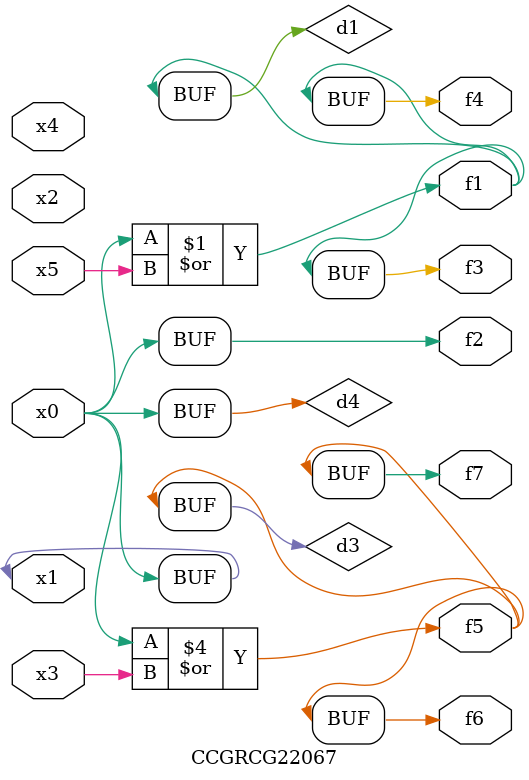
<source format=v>
module CCGRCG22067(
	input x0, x1, x2, x3, x4, x5,
	output f1, f2, f3, f4, f5, f6, f7
);

	wire d1, d2, d3, d4;

	or (d1, x0, x5);
	xnor (d2, x1, x4);
	or (d3, x0, x3);
	buf (d4, x0, x1);
	assign f1 = d1;
	assign f2 = d4;
	assign f3 = d1;
	assign f4 = d1;
	assign f5 = d3;
	assign f6 = d3;
	assign f7 = d3;
endmodule

</source>
